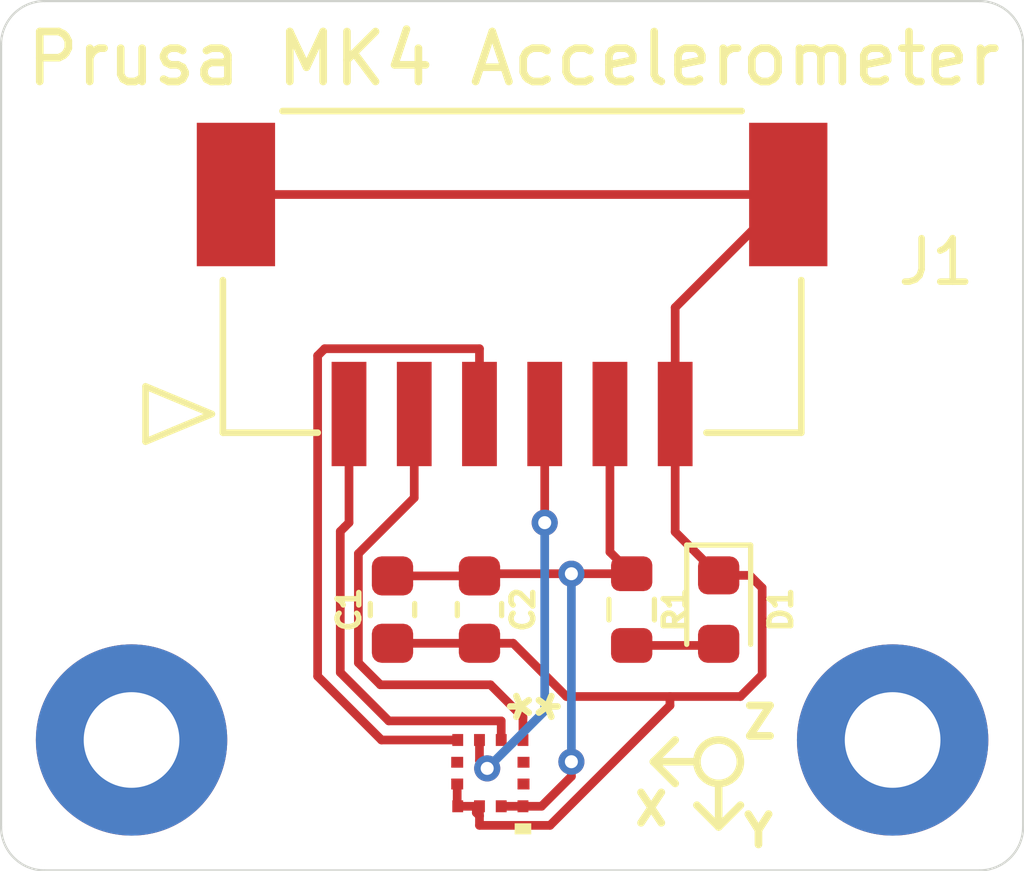
<source format=kicad_pcb>
(kicad_pcb (version 20240108) (generator "pcbnew") (generator_version "8.0")
  (layers (0 "F.Cu" signal) (31 "B.Cu" signal) (34 "B.Paste" user) (35 "F.Paste" user) (36 "B.SilkS" user "B.Silkscreen") (37 "F.SilkS" user "F.Silkscreen") (38 "B.Mask" user) (39 "F.Mask" user) (44 "Edge.Cuts" user))
  (net 0 "")
  (net 4 "VCC")
  (net 5 "GND")
  (net 6 "Net-(D1-A)")
  (net 7 "/SDO")
  (net 8 "/SCL")
  (net 9 "/SDA")
  (net 10 "/CS")
  (footprint "STMicroelectronics:LGA-12_STM" (layer "F.Cu") (at 135.75 103.2625 -90)
    (property "Reference" "U1" (hide yes))
    (property "Value" "LIS2DH12TR" (hide yes))
    (fp_poly (pts (xy 1.408001 -0.940501) (xy 1.408001 -0.559501) (xy 1.154001 -0.559501) (xy 1.154001 -0.940501)) (fill solid) (layer "F.SilkS"))
    (fp_text user "*" (at -1.535 -1 -90) (layer "F.SilkS"))
    (fp_text user "*" (at -1.535 -1 90) (layer "F.SilkS"))
    (pad "1" smd rect (at -0.7625 -0.750001) (size 0.25 0.275) (layers "F.Cu" "F.Paste" "F.Mask") (net 8 "/SCL"))
    (pad "2" smd rect (at -0.7625 -0.25) (size 0.25 0.275) (layers "F.Cu" "F.Paste" "F.Mask") (net 10 "/CS"))
    (pad "3" smd rect (at -0.7625 0.25) (size 0.25 0.275) (layers "F.Cu" "F.Paste" "F.Mask") (net 7 "/SDO"))
    (pad "4" smd rect (at -0.7625 0.750001) (size 0.25 0.275) (layers "F.Cu" "F.Paste" "F.Mask") (net 9 "/SDA"))
    (pad "5" smd rect (at -0.25 0.7625 270) (size 0.25 0.275) (layers "F.Cu" "F.Paste" "F.Mask"))
    (pad "6" smd rect (at 0.25 0.7625 270) (size 0.25 0.275) (layers "F.Cu" "F.Paste" "F.Mask") (net 5 "GND"))
    (pad "7" smd rect (at 0.7625 0.750001) (size 0.25 0.275) (layers "F.Cu" "F.Paste" "F.Mask") (net 5 "GND"))
    (pad "8" smd rect (at 0.7625 0.25) (size 0.25 0.275) (layers "F.Cu" "F.Paste" "F.Mask") (net 5 "GND"))
    (pad "9" smd rect (at 0.7625 -0.25) (size 0.25 0.275) (layers "F.Cu" "F.Paste" "F.Mask") (net 4 "VCC"))
    (pad "10" smd rect (at 0.7625 -0.750001) (size 0.25 0.275) (layers "F.Cu" "F.Paste" "F.Mask") (net 4 "VCC"))
    (pad "11" smd rect (at 0.25 -0.7625 270) (size 0.25 0.275) (layers "F.Cu" "F.Paste" "F.Mask"))
    (pad "12" smd rect (at -0.25 -0.7625 270) (size 0.25 0.275) (layers "F.Cu" "F.Paste" "F.Mask"))
  )
  (footprint "Molex_5025840670:CON_5025840670_MOL" (layer "F.Cu") (at 132.5 95)
    (property "Reference" "J1" (at 13.5 -3.5 0) (layer "F.SilkS"))
    (property "Value" "5025840670" (hide yes))
    (fp_line (start -4.677987 -0.635) (end -4.677987 0.635) (stroke (width 0.1524)) (layer "F.SilkS"))
    (fp_line (start -4.677987 0.635) (end -3.153987 0) (stroke (width 0.1524)) (layer "F.SilkS"))
    (fp_line (start -3.153987 0) (end -4.677987 -0.635) (stroke (width 0.1524)) (layer "F.SilkS"))
    (fp_line (start -2.899987 -3.079962) (end -2.899987 0.43) (stroke (width 0.1524)) (layer "F.SilkS"))
    (fp_line (start -2.899987 0.43) (end -0.72004 0.43) (stroke (width 0.1524)) (layer "F.SilkS"))
    (fp_line (start 8.22004 0.43) (end 10.399987 0.43) (stroke (width 0.1524)) (layer "F.SilkS"))
    (fp_line (start 9.028162 -6.970001) (end -1.528161 -6.970001) (stroke (width 0.1524)) (layer "F.SilkS"))
    (fp_line (start 10.399987 0.43) (end 10.399987 -3.079962) (stroke (width 0.1524)) (layer "F.SilkS"))
    (pad "1" smd rect (at 0 0) (size 0.8 2.4) (layers "F.Cu" "F.Paste" "F.Mask") (net 10 "/CS"))
    (pad "2" smd rect (at 1.5 0) (size 0.8 2.4) (layers "F.Cu" "F.Paste" "F.Mask") (net 8 "/SCL"))
    (pad "3" smd rect (at 2.999999 0) (size 0.8 2.4) (layers "F.Cu" "F.Paste" "F.Mask") (net 9 "/SDA"))
    (pad "4" smd rect (at 4.500001 0) (size 0.8 2.4) (layers "F.Cu" "F.Paste" "F.Mask") (net 7 "/SDO"))
    (pad "5" smd rect (at 6.000001 0) (size 0.8 2.4) (layers "F.Cu" "F.Paste" "F.Mask") (net 4 "VCC"))
    (pad "6" smd rect (at 7.5 0) (size 0.8 2.4) (layers "F.Cu" "F.Paste" "F.Mask") (net 5 "GND"))
    (pad "7" smd rect (at -2.599995 -5.050003) (size 1.8 3.300001) (layers "F.Cu" "F.Paste" "F.Mask") (net 5 "GND"))
    (pad "8" smd rect (at 10.099995 -5.050003) (size 1.8 3.300001) (layers "F.Cu" "F.Paste" "F.Mask") (net 5 "GND"))
  )
  (footprint "Capacitor_SMD:C_0603_1608Metric" (layer "F.Cu") (at 133.5 99.5 90)
    (property "Reference" "C1" (at 0 -1 -90) (layer "F.SilkS") (effects (font (size 0.5 0.5) (thickness 0.125))))
    (property "Value" "100nF" (hide yes))
    (fp_line (start -0.14058 -0.51) (end 0.14058 -0.51) (stroke (width 0.12)) (layer "F.SilkS"))
    (fp_line (start -0.14058 0.51) (end 0.14058 0.51) (stroke (width 0.12)) (layer "F.SilkS"))
    (pad "1" smd roundrect (at -0.775 0 90) (size 0.9 0.95) (layers "F.Cu" "F.Paste" "F.Mask") (net 5 "GND"))
    (pad "2" smd roundrect (at 0.775 0 90) (size 0.9 0.95) (layers "F.Cu" "F.Paste" "F.Mask") (net 4 "VCC"))
  )
  (footprint "Resistor_SMD:R_0603_1608Metric" (layer "F.Cu") (at 139 99.5 -90)
    (property "Reference" "R1" (at 0 -1 90) (layer "F.SilkS") (effects (font (size 0.5 0.5) (thickness 0.125))))
    (property "Value" "10K" (hide yes))
    (fp_line (start -0.237258 0.5225) (end 0.237258 0.5225) (stroke (width 0.12)) (layer "F.SilkS"))
    (fp_line (start -0.237258 -0.5225) (end 0.237258 -0.5225) (stroke (width 0.12)) (layer "F.SilkS"))
    (pad "1" smd roundrect (at -0.825 0 270) (size 0.8 0.95) (layers "F.Cu" "F.Paste" "F.Mask") (net 4 "VCC"))
    (pad "2" smd roundrect (at 0.825 0 270) (size 0.8 0.95) (layers "F.Cu" "F.Paste" "F.Mask") (net 6 "Net-(D1-A)"))
  )
  (footprint "LED_SMD:LED_0603_1608Metric" (layer "F.Cu") (at 141 99.5 -90)
    (property "Reference" "D1" (at 0 -1.43 90) (layer "F.SilkS") (effects (font (size 0.5 0.5) (thickness 0.125))))
    (property "Value" "GREEN" (hide yes))
    (fp_line (start -1.485 0.735) (end 0.8 0.735) (stroke (width 0.12)) (layer "F.SilkS"))
    (fp_line (start -1.485 -0.735) (end -1.485 0.735) (stroke (width 0.12)) (layer "F.SilkS"))
    (fp_line (start 0.8 -0.735) (end -1.485 -0.735) (stroke (width 0.12)) (layer "F.SilkS"))
    (pad "1" smd roundrect (at -0.7875 0 270) (size 0.875 0.95) (layers "F.Cu" "F.Paste" "F.Mask") (net 5 "GND"))
    (pad "2" smd roundrect (at 0.7875 0 270) (size 0.875 0.95) (layers "F.Cu" "F.Paste" "F.Mask") (net 6 "Net-(D1-A)"))
  )
  (footprint "Capacitor_SMD:C_0603_1608Metric" (layer "F.Cu") (at 135.5 99.5 -90)
    (property "Reference" "C2" (at 0 -1 90) (layer "F.SilkS") (effects (font (size 0.5 0.5) (thickness 0.125))))
    (property "Value" "10uF" (hide yes))
    (fp_line (start -0.14058 0.51) (end 0.14058 0.51) (stroke (width 0.12)) (layer "F.SilkS"))
    (fp_line (start -0.14058 -0.51) (end 0.14058 -0.51) (stroke (width 0.12)) (layer "F.SilkS"))
    (pad "1" smd roundrect (at -0.775 0 270) (size 0.9 0.95) (layers "F.Cu" "F.Paste" "F.Mask") (net 4 "VCC"))
    (pad "2" smd roundrect (at 0.775 0 270) (size 0.9 0.95) (layers "F.Cu" "F.Paste" "F.Mask") (net 5 "GND"))
  )
  (footprint "MountingHole:MountingHole_2.2mm_M2_Pad" (layer "F.Cu") (at 127.5 102.5)
    (property "Reference" "H1" (hide yes))
    (property "Value" "MountingHole_Pad" (hide yes))
    (pad "1" thru_hole circle (at 0 0) (size 4.4 4.4) (drill 2.2) (layers "*.Cu" "*.Mask"))
  )
  (footprint "MountingHole:MountingHole_2.2mm_M2_Pad" (layer "F.Cu") (at 145 102.5)
    (property "Reference" "H2" (hide yes))
    (property "Value" "MountingHole_Pad" (hide yes))
    (pad "1" thru_hole circle (at 0 0) (size 4.4 4.4) (drill 2.2) (layers "*.Cu" "*.Mask"))
  )
  (gr_line (start 140 102.5) (end 139.5 103) (stroke (width 0.175)) (layer "F.SilkS"))
  (gr_line (start 140.5 104) (end 141 104.5) (stroke (width 0.175)) (layer "F.SilkS"))
  (gr_line (start 141 103.5) (end 141 104.5) (stroke (width 0.175)) (layer "F.SilkS"))
  (gr_line (start 139.5 103) (end 140 103.5) (stroke (width 0.175)) (layer "F.SilkS"))
  (gr_line (start 141 104.5) (end 141.5 104) (stroke (width 0.175)) (layer "F.SilkS"))
  (gr_circle (center 141 103) (end 141.5 103) (stroke (width 0.175)) (fill none) (layer "F.SilkS"))
  (gr_line (start 140.5 103) (end 139.5 103) (stroke (width 0.175)) (layer "F.SilkS"))
  (gr_arc (start 124.5 86.5) (mid 124.792893 85.792893) (end 125.5 85.5) (stroke (width 0.05)) (layer "Edge.Cuts"))
  (gr_line (start 125.5 105.5) (end 147 105.5) (stroke (width 0.05)) (layer "Edge.Cuts"))
  (gr_arc (start 147 85.5) (mid 147.707107 85.792893) (end 148 86.5) (stroke (width 0.05)) (layer "Edge.Cuts"))
  (gr_arc (start 148 104.5) (mid 147.707107 105.207107) (end 147 105.5) (stroke (width 0.05)) (layer "Edge.Cuts"))
  (gr_line (start 148 86.5) (end 148 104.5) (stroke (width 0.05)) (layer "Edge.Cuts"))
  (gr_arc (start 125.5 105.5) (mid 124.792893 105.207107) (end 124.5 104.5) (stroke (width 0.05)) (layer "Edge.Cuts"))
  (gr_line (start 124.5 86.5) (end 124.5 104.5) (stroke (width 0.05)) (layer "Edge.Cuts"))
  (gr_line (start 125.5 85.5) (end 147 85.5) (stroke (width 0.05)) (layer "Edge.Cuts"))
  (gr_text "Prusa MK4 Accelerometer" (at 125 87.5 0) (layer "F.SilkS") (effects (font (size 1.15 1.15) (thickness 0.175) (bold yes)) (justify left bottom)))
  (gr_text "Y" (at 141.5 105 0) (layer "F.SilkS") (effects (font (size 0.7 0.7) (thickness 0.175) (bold yes)) (justify left bottom)))
  (gr_text "X" (at 139 104.5 0) (layer "F.SilkS") (effects (font (size 0.7 0.7) (thickness 0.175) (bold yes)) (justify left bottom)))
  (gr_text "Z" (at 141.5 102.5 0) (layer "F.SilkS") (effects (font (size 0.7 0.7) (thickness 0.175) (bold yes)) (justify left bottom)))
  (segment (start 136.9267 104.025) (end 136 104.025) (width 0.2) (layer "F.Cu") (net 4))
  (segment (start 138.5 98.175) (end 139 98.675) (width 0.2) (layer "F.Cu") (net 4))
  (segment (start 139 98.675) (end 137.6134 98.675) (width 0.2) (layer "F.Cu") (net 4))
  (segment (start 137.6134 103) (end 137.6134 103.3383) (width 0.2) (layer "F.Cu") (net 4))
  (segment (start 138.5 95) (end 138.5 98.175) (width 0.2) (layer "F.Cu") (net 4))
  (segment (start 135.5 98.725) (end 133.5 98.725) (width 0.2) (layer "F.Cu") (net 4))
  (segment (start 139 98.5) (end 139 98.675) (width 0.2) (layer "F.Cu") (net 4))
  (segment (start 137.6134 98.675) (end 135.55 98.675) (width 0.2) (layer "F.Cu") (net 4))
  (segment (start 135.55 98.675) (end 135.5 98.725) (width 0.2) (layer "F.Cu") (net 4))
  (segment (start 137.6134 103.3383) (end 136.9267 104.025) (width 0.2) (layer "F.Cu") (net 4))
  (via (at 137.6134 103) (size 0.6) (drill 0.3) (layers "F.Cu" "B.Cu") (net 4))
  (via (at 137.6134 98.675) (size 0.6) (drill 0.3) (layers "F.Cu" "B.Cu") (net 4))
  (segment (start 137.6134 103) (end 137.6134 98.675) (width 0.2) (layer "B.Cu") (net 4))
  (segment (start 139.88 101.5) (end 141.5 101.5) (width 0.2) (layer "F.Cu") (net 5))
  (segment (start 135.5 104.2446) (end 135.5 104.4642) (width 0.2) (layer "F.Cu") (net 5))
  (segment (start 136.275 100.275) (end 137.5 101.5) (width 0.2) (layer "F.Cu") (net 5))
  (segment (start 134.9875 103.5125) (end 134.9875 103.9392) (width 0.2) (layer "F.Cu") (net 5))
  (segment (start 141.713 98.7125) (end 141 98.7125) (width 0.2) (layer "F.Cu") (net 5))
  (segment (start 133.5 100.275) (end 135.5 100.275) (width 0.2) (layer "F.Cu") (net 5))
  (segment (start 140 95) (end 140 97.7125) (width 0.2) (layer "F.Cu") (net 5))
  (segment (start 135.5 100.275) (end 136.275 100.275) (width 0.2) (layer "F.Cu") (net 5))
  (segment (start 139.88 101.7067) (end 139.88 101.5) (width 0.2) (layer "F.Cu") (net 5))
  (segment (start 135.5 104.4642) (end 137.1225 104.4642) (width 0.2) (layer "F.Cu") (net 5))
  (segment (start 142.6 89.95) (end 129.9 89.95) (width 0.2) (layer "F.Cu") (net 5))
  (segment (start 135.5 104.025) (end 135.5 104.2446) (width 0.2) (layer "F.Cu") (net 5))
  (segment (start 137.5 101.5) (end 139.88 101.5) (width 0.2) (layer "F.Cu") (net 5))
  (segment (start 141.5 101.5) (end 142 101) (width 0.2) (layer "F.Cu") (net 5))
  (segment (start 135.4267 104.1713) (end 135.4267 104.025) (width 0.2) (layer "F.Cu") (net 5))
  (segment (start 140 95) (end 140 92.55) (width 0.2) (layer "F.Cu") (net 5))
  (segment (start 140 97.7125) (end 141 98.7125) (width 0.2) (layer "F.Cu") (net 5))
  (segment (start 142 101) (end 142 99) (width 0.2) (layer "F.Cu") (net 5))
  (segment (start 137.1225 104.4642) (end 139.88 101.7067) (width 0.2) (layer "F.Cu") (net 5))
  (segment (start 142 99) (end 141.713 98.7125) (width 0.2) (layer "F.Cu") (net 5))
  (segment (start 135.5 104.2446) (end 135.4267 104.1713) (width 0.2) (layer "F.Cu") (net 5))
  (segment (start 135 103.9517) (end 134.9875 103.9392) (width 0.2) (layer "F.Cu") (net 5))
  (segment (start 135 104.025) (end 135.4267 104.025) (width 0.2) (layer "F.Cu") (net 5))
  (segment (start 140 92.55) (end 142.6 89.95) (width 0.2) (layer "F.Cu") (net 5))
  (segment (start 135 104.025) (end 135 103.9517) (width 0.2) (layer "F.Cu") (net 5))
  (segment (start 140.981 100.3065) (end 141 100.288) (width 0.2) (layer "F.Cu") (net 6))
  (segment (start 140.962 100.325) (end 140.981 100.3065) (width 0.2) (layer "F.Cu") (net 6))
  (segment (start 139 100.325) (end 140.962 100.325) (width 0.2) (layer "F.Cu") (net 6))
  (segment (start 140.981 100.3065) (end 141 100.2875) (width 0.2) (layer "F.Cu") (net 6))
  (segment (start 135.5 102.9758) (end 135.5 102.5) (width 0.2) (layer "F.Cu") (net 7))
  (segment (start 135.6777 103.1535) (end 135.5 102.9758) (width 0.2) (layer "F.Cu") (net 7))
  (segment (start 137 97.5) (end 137 95) (width 0.2) (layer "F.Cu") (net 7))
  (via (at 135.6777 103.1535) (size 0.6) (drill 0.3) (layers "F.Cu" "B.Cu") (net 7))
  (via (at 137 97.5) (size 0.6) (drill 0.3) (layers "F.Cu" "B.Cu") (net 7))
  (segment (start 137 101.8312) (end 137 97.5) (width 0.2) (layer "B.Cu") (net 7))
  (segment (start 135.6777 103.1535) (end 137 101.8312) (width 0.2) (layer "B.Cu") (net 7))
  (segment (start 135.7531 101.2304) (end 136.5 101.9773) (width 0.2) (layer "F.Cu") (net 8))
  (segment (start 132.7156 100.7238) (end 133.2222 101.2304) (width 0.2) (layer "F.Cu") (net 8))
  (segment (start 136.5 101.9773) (end 136.5 102.5) (width 0.2) (layer "F.Cu") (net 8))
  (segment (start 133.2222 101.2304) (end 135.7531 101.2304) (width 0.2) (layer "F.Cu") (net 8))
  (segment (start 132.7156 98.2118) (end 132.7156 100.7238) (width 0.2) (layer "F.Cu") (net 8))
  (segment (start 134 96.9274) (end 134 95) (width 0.2) (layer "F.Cu") (net 8))
  (segment (start 134 96.9274) (end 132.7156 98.2118) (width 0.2) (layer "F.Cu") (net 8))
  (segment (start 131.7785 101.0327) (end 133.2458 102.5) (width 0.2) (layer "F.Cu") (net 9))
  (segment (start 135.5 93.4983) (end 131.9401 93.4983) (width 0.2) (layer "F.Cu") (net 9))
  (segment (start 131.9401 93.4983) (end 131.7785 93.6599) (width 0.2) (layer "F.Cu") (net 9))
  (segment (start 135.5 95) (end 135.5 93.4983) (width 0.2) (layer "F.Cu") (net 9))
  (segment (start 131.7785 93.6599) (end 131.7785 101.0327) (width 0.2) (layer "F.Cu") (net 9))
  (segment (start 133.2458 102.5) (end 135 102.5) (width 0.2) (layer "F.Cu") (net 9))
  (segment (start 136 102.5) (end 136 102.0608) (width 0.2) (layer "F.Cu") (net 10))
  (segment (start 132.2996 100.9465) (end 132.2996 97.7004) (width 0.2) (layer "F.Cu") (net 10))
  (segment (start 132.5 97.5) (end 132.5 95) (width 0.2) (layer "F.Cu") (net 10))
  (segment (start 132.4 95.1) (end 132.5 95) (width 0.2) (layer "F.Cu") (net 10))
  (segment (start 132.4 97.6) (end 132.5 97.5) (width 0.2) (layer "F.Cu") (net 10))
  (segment (start 133.4139 102.0608) (end 132.2996 100.9465) (width 0.2) (layer "F.Cu") (net 10))
  (segment (start 136 102.0608) (end 133.4139 102.0608) (width 0.2) (layer "F.Cu") (net 10))
  (segment (start 132.2996 97.7004) (end 132.4 97.6) (width 0.2) (layer "F.Cu") (net 10))
)
</source>
